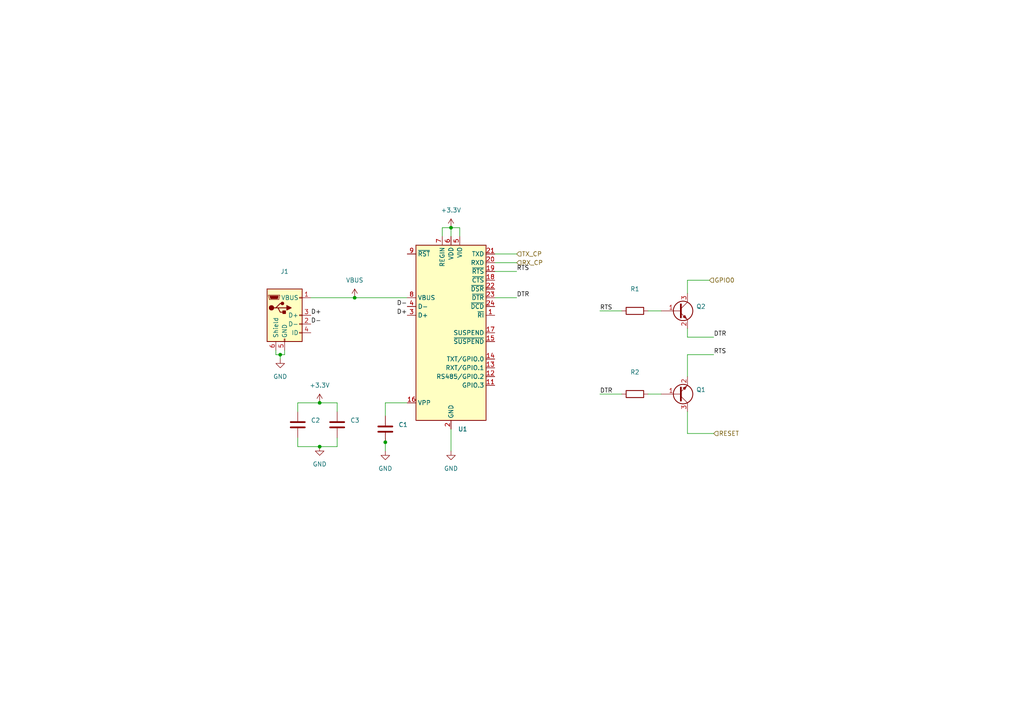
<source format=kicad_sch>
(kicad_sch (version 20211123) (generator eeschema)
  (paper "A4")
  (lib_symbols
    (symbol "Connector:USB_B_Micro" (pin_names (offset 1.016))
      (property "Reference" "J" (at -5.08 11.43 0))
      (property "Value" "USB_B_Micro" (at -5.08 8.89 0))
      (symbol "USB_B_Micro_0_1"
        (rectangle (start -5.08 -7.62) (end 5.08 7.62) (stroke (width 0.254)) (fill (type background)))
        (circle (center -3.81 2.159) (radius 0.635) (stroke (width 0.254)) (fill (type outline)))
        (circle (center -0.635 3.429) (radius 0.381) (stroke (width 0.254)) (fill (type outline)))
        (rectangle (start -0.127 -7.62) (end 0.127 -6.858))
        (polyline (pts (xy -1.905 2.159) (xy 0.635 2.159)) (stroke (width 0.254)))
        (polyline (pts (xy -3.175 2.159) (xy -2.54 2.159) (xy -1.27 3.429) (xy -0.635 3.429)) (stroke (width 0.254)))
        (polyline (pts (xy -2.54 2.159) (xy -1.905 2.159) (xy -1.27 0.889) (xy 0 0.889)) (stroke (width 0.254)))
        (polyline (pts (xy 0.635 2.794) (xy 0.635 1.524) (xy 1.905 2.159) (xy 0.635 2.794)) (stroke (width 0.254)) (fill (type outline)))
        (polyline (pts (xy -4.318 5.588) (xy -1.778 5.588) (xy -2.032 4.826) (xy -4.064 4.826) (xy -4.318 5.588)) (fill (type outline)))
        (polyline (pts (xy -4.699 5.842) (xy -4.699 5.588) (xy -4.445 4.826) (xy -4.445 4.572) (xy -1.651 4.572) (xy -1.651 4.826) (xy -1.397 5.588) (xy -1.397 5.842) (xy -4.699 5.842)))
        (rectangle (start 0.254 1.27) (end -0.508 0.508) (stroke (width 0.254)) (fill (type outline)))
        (rectangle (start 5.08 -5.207) (end 4.318 -4.953))
        (rectangle (start 5.08 -2.667) (end 4.318 -2.413))
        (rectangle (start 5.08 -0.127) (end 4.318 0.127))
        (rectangle (start 5.08 4.953) (end 4.318 5.207))
      )
      (symbol "USB_B_Micro_1_1"
        (pin power_out line (at 7.62 5.08 180) (length 2.54) (name "VBUS") (number "1"))
        (pin bidirectional line (at 7.62 -2.54 180) (length 2.54) (name "D-") (number "2"))
        (pin bidirectional line (at 7.62 0 180) (length 2.54) (name "D+") (number "3"))
        (pin passive line (at 7.62 -5.08 180) (length 2.54) (name "ID") (number "4"))
        (pin power_out line (at 0 -10.16 90) (length 2.54) (name "GND") (number "5"))
        (pin passive line (at -2.54 -10.16 90) (length 2.54) (name "Shield") (number "6"))
      )
    )
    (symbol "Device:C" (pin_numbers hide) (pin_names (offset 0.254))
      (property "Reference" "C" (at 0.635 2.54 0))
      (property "Value" "C" (at 0.635 -2.54 0))
      (symbol "C_0_1"
        (polyline (pts (xy -2.032 -0.762) (xy 2.032 -0.762)) (stroke (width 0.508)))
        (polyline (pts (xy -2.032 0.762) (xy 2.032 0.762)) (stroke (width 0.508)))
      )
      (symbol "C_1_1"
        (pin passive line (at 0 3.81 270) (length 2.794) (name "~") (number "1"))
        (pin passive line (at 0 -3.81 90) (length 2.794) (name "~") (number "2"))
      )
    )
    (symbol "Device:R" (pin_numbers hide) (pin_names (offset 0))
      (property "Reference" "R" (at 2.032 0 90))
      (property "Value" "R" (at 0 0 90))
      (symbol "R_0_1"
        (rectangle (start -1.016 -2.54) (end 1.016 2.54) (stroke (width 0.254)))
      )
      (symbol "R_1_1"
        (pin passive line (at 0 3.81 270) (length 1.27) (name "~") (number "1"))
        (pin passive line (at 0 -3.81 90) (length 1.27) (name "~") (number "2"))
      )
    )
    (symbol "Interface_USB:CP2104"
      (property "Reference" "U" (at -5.08 28.575 0))
      (property "Value" "CP2104" (at -5.08 26.67 0))
      (symbol "CP2104_1_1"
        (rectangle (start -10.16 25.4) (end 10.16 -25.4) (stroke (width 0.254)) (fill (type background)))
        (pin input line (at 12.7 5.08 180) (length 2.54) (name "~{RI}") (number "1"))
        (pin no_connect line (at 10.16 -20.32 180) (length 2.54) hide (name "NC") (number "10"))
        (pin bidirectional line (at 12.7 -15.24 180) (length 2.54) (name "GPIO.3") (number "11"))
        (pin bidirectional line (at 12.7 -12.7 180) (length 2.54) (name "RS485/GPIO.2") (number "12"))
        (pin bidirectional line (at 12.7 -10.16 180) (length 2.54) (name "RXT/GPIO.1") (number "13"))
        (pin bidirectional line (at 12.7 -7.62 180) (length 2.54) (name "TXT/GPIO.0") (number "14"))
        (pin output line (at 12.7 -2.54 180) (length 2.54) (name "~{SUSPEND}") (number "15"))
        (pin passive line (at -12.7 -20.32 0) (length 2.54) (name "VPP") (number "16"))
        (pin output line (at 12.7 0 180) (length 2.54) (name "SUSPEND") (number "17"))
        (pin input line (at 12.7 15.24 180) (length 2.54) (name "~{CTS}") (number "18"))
        (pin output line (at 12.7 17.78 180) (length 2.54) (name "~{RTS}") (number "19"))
        (pin power_in line (at 0 -27.94 90) (length 2.54) (name "GND") (number "2"))
        (pin input line (at 12.7 20.32 180) (length 2.54) (name "RXD") (number "20"))
        (pin output line (at 12.7 22.86 180) (length 2.54) (name "TXD") (number "21"))
        (pin input line (at 12.7 12.7 180) (length 2.54) (name "~{DSR}") (number "22"))
        (pin output line (at 12.7 10.16 180) (length 2.54) (name "~{DTR}") (number "23"))
        (pin input line (at 12.7 7.62 180) (length 2.54) (name "~{DCD}") (number "24"))
        (pin passive line (at 0 -27.94 90) (length 2.54) hide (name "GND") (number "25"))
        (pin bidirectional line (at -12.7 5.08 0) (length 2.54) (name "D+") (number "3"))
        (pin bidirectional line (at -12.7 7.62 0) (length 2.54) (name "D-") (number "4"))
        (pin power_in line (at 2.54 27.94 270) (length 2.54) (name "VIO") (number "5"))
        (pin power_in line (at 0 27.94 270) (length 2.54) (name "VDD") (number "6"))
        (pin power_in line (at -2.54 27.94 270) (length 2.54) (name "REGIN") (number "7"))
        (pin input line (at -12.7 10.16 0) (length 2.54) (name "VBUS") (number "8"))
        (pin bidirectional line (at -12.7 22.86 0) (length 2.54) (name "~{RST}") (number "9"))
      )
    )
    (symbol "Transistor_BJT:BC847" (pin_names (offset 0) hide)
      (property "Reference" "Q" (at 5.08 1.905 0))
      (property "Value" "BC847" (at 5.08 0 0))
      (symbol "BC847_0_1"
        (polyline (pts (xy 0.635 0.635) (xy 2.54 2.54)))
        (polyline (pts (xy 0.635 -0.635) (xy 2.54 -2.54) (xy 2.54 -2.54)))
        (polyline (pts (xy 0.635 1.905) (xy 0.635 -1.905) (xy 0.635 -1.905)) (stroke (width 0.508)))
        (polyline (pts (xy 1.27 -1.778) (xy 1.778 -1.27) (xy 2.286 -2.286) (xy 1.27 -1.778) (xy 1.27 -1.778)) (fill (type outline)))
        (circle (center 1.27 0) (radius 2.8194) (stroke (width 0.254)))
      )
      (symbol "BC847_1_1"
        (pin input line (at -5.08 0 0) (length 5.715) (name "B") (number "1"))
        (pin passive line (at 2.54 -5.08 90) (length 2.54) (name "E") (number "2"))
        (pin passive line (at 2.54 5.08 270) (length 2.54) (name "C") (number "3"))
      )
    )
    (symbol "power:+3.3V" (power) (pin_names (offset 0))
      (property "Value" "+3.3V" (at 0 3.556 0))
      (symbol "+3.3V_0_1"
        (polyline (pts (xy -0.762 1.27) (xy 0 2.54)))
        (polyline (pts (xy 0 0) (xy 0 2.54)))
        (polyline (pts (xy 0 2.54) (xy 0.762 1.27)))
      )
      (symbol "+3.3V_1_1"
        (pin power_in line (at 0 0 90) (length 0) hide (name "+3.3V") (number "1"))
      )
    )
    (symbol "power:GND" (power) (pin_names (offset 0))
      (property "Value" "GND" (at 0 -3.81 0))
      (symbol "GND_0_1"
        (polyline (pts (xy 0 0) (xy 0 -1.27) (xy 1.27 -1.27) (xy 0 -2.54) (xy -1.27 -1.27) (xy 0 -1.27)))
      )
      (symbol "GND_1_1"
        (pin power_in line (at 0 0 270) (length 0) hide (name "GND") (number "1"))
      )
    )
    (symbol "power:VBUS" (power) (pin_names (offset 0))
      (property "Value" "VBUS" (at 0 3.81 0))
      (symbol "VBUS_0_1"
        (polyline (pts (xy -0.762 1.27) (xy 0 2.54)))
        (polyline (pts (xy 0 0) (xy 0 2.54)))
        (polyline (pts (xy 0 2.54) (xy 0.762 1.27)))
      )
      (symbol "VBUS_1_1"
        (pin power_in line (at 0 0 90) (length 0) hide (name "VBUS") (number "1"))
      )
    )
  )
  (junction (at 92.71 116.84))
  (junction (at 102.87 86.36))
  (junction (at 130.81 66.04))
  (junction (at 92.71 129.54))
  (junction (at 111.76 128.27))
  (junction (at 81.28 102.87))
  (wire (pts (xy 102.87 86.36) (xy 118.11 86.36)))
  (wire (pts (xy 207.01 97.79) (xy 199.39 97.79)))
  (wire (pts (xy 199.39 119.38) (xy 199.39 125.73)))
  (wire (pts (xy 130.81 66.04) (xy 133.35 66.04)))
  (wire (pts (xy 130.81 66.04) (xy 130.81 68.58)))
  (wire (pts (xy 111.76 128.27) (xy 111.76 130.81)))
  (wire (pts (xy 143.51 73.66) (xy 149.86 73.66)))
  (wire (pts (xy 199.39 102.87) (xy 199.39 109.22)))
  (wire (pts (xy 97.79 127) (xy 97.79 129.54)))
  (wire (pts (xy 92.71 116.84) (xy 97.79 116.84)))
  (wire (pts (xy 143.51 86.36) (xy 149.86 86.36)))
  (wire (pts (xy 118.11 116.84) (xy 111.76 116.84)))
  (wire (pts (xy 86.36 116.84) (xy 92.71 116.84)))
  (wire (pts (xy 90.17 86.36) (xy 102.87 86.36)))
  (wire (pts (xy 97.79 119.38) (xy 97.79 116.84)))
  (wire (pts (xy 128.27 66.04) (xy 130.81 66.04)))
  (wire (pts (xy 86.36 116.84) (xy 86.36 119.38)))
  (wire (pts (xy 173.99 114.3) (xy 180.34 114.3)))
  (wire (pts (xy 92.71 129.54) (xy 97.79 129.54)))
  (wire (pts (xy 187.96 114.3) (xy 191.77 114.3)))
  (wire (pts (xy 82.55 101.6) (xy 82.55 102.87)))
  (wire (pts (xy 128.27 68.58) (xy 128.27 66.04)))
  (wire (pts (xy 199.39 81.28) (xy 205.74 81.28)))
  (wire (pts (xy 86.36 129.54) (xy 92.71 129.54)))
  (wire (pts (xy 199.39 125.73) (xy 207.01 125.73)))
  (wire (pts (xy 111.76 127) (xy 111.76 128.27)))
  (wire (pts (xy 111.76 116.84) (xy 111.76 120.65)))
  (wire (pts (xy 130.81 124.46) (xy 130.81 130.81)))
  (wire (pts (xy 80.01 102.87) (xy 81.28 102.87)))
  (wire (pts (xy 143.51 78.74) (xy 149.86 78.74)))
  (wire (pts (xy 173.99 90.17) (xy 180.34 90.17)))
  (wire (pts (xy 86.36 127) (xy 86.36 129.54)))
  (wire (pts (xy 81.28 102.87) (xy 82.55 102.87)))
  (wire (pts (xy 81.28 102.87) (xy 81.28 104.14)))
  (wire (pts (xy 199.39 95.25) (xy 199.39 97.79)))
  (wire (pts (xy 80.01 101.6) (xy 80.01 102.87)))
  (wire (pts (xy 207.01 102.87) (xy 199.39 102.87)))
  (wire (pts (xy 187.96 90.17) (xy 191.77 90.17)))
  (wire (pts (xy 133.35 66.04) (xy 133.35 68.58)))
  (wire (pts (xy 199.39 85.09) (xy 199.39 81.28)))
  (wire (pts (xy 143.51 76.2) (xy 149.86 76.2)))
  (label "DTR" (at 149.86 86.36 0))
  (label "D+" (at 90.17 91.44 0))
  (label "DTR" (at 207.01 97.79 0))
  (label "D-" (at 90.17 93.98 0))
  (label "RTS" (at 149.86 78.74 0))
  (label "D-" (at 118.11 88.9 180))
  (label "D+" (at 118.11 91.44 180))
  (label "DTR" (at 173.99 114.3 0))
  (label "RTS" (at 173.99 90.17 0))
  (label "RTS" (at 207.01 102.87 0))
  (hierarchical_label "GPIO0" (shape input) (at 205.74 81.28 0))
  (hierarchical_label "RESET" (shape input) (at 207.01 125.73 0))
  (hierarchical_label "TX_CP" (shape input) (at 149.86 73.66 0))
  (hierarchical_label "RX_CP" (shape input) (at 149.86 76.2 0))
  (symbol (lib_id "Connector:USB_B_Micro") (at 82.55 91.44 0) (unit 1)
    (property "Reference" "J1" (at 82.55 78.74 0))
  )
  (symbol (lib_id "power:VBUS") (at 102.87 86.36 0) (unit 1)
    (property "Reference" "#PWR?" (effects hide))
  )
  (symbol (lib_id "power:GND") (at 130.81 130.81 0) (unit 1)
    (property "Reference" "#PWR?" (effects hide))
  )
  (symbol (lib_id "Device:R") (at 184.15 90.17 90) (unit 1)
    (property "Reference" "R1" (at 184.15 83.82 90))
  )
  (symbol (lib_id "power:GND") (at 111.76 130.81 0) (unit 1)
    (property "Reference" "#PWR?" (effects hide))
  )
  (symbol (lib_id "power:GND") (at 92.71 129.54 0) (unit 1)
    (property "Reference" "#PWR?" (effects hide))
  )
  (symbol (lib_id "power:+3.3V") (at 92.71 116.84 0) (unit 1)
    (property "Reference" "#PWR?" (effects hide))
  )
  (symbol (lib_id "Device:C") (at 97.79 123.19 0) (unit 1)
    (property "Reference" "C3" (at 101.6 121.9199 0) (effects (justify left)))
  )
  (symbol (lib_id "Interface_USB:CP2104") (at 130.81 96.52 0) (unit 1)
    (property "Reference" "U1" (at 132.8294 124.46 0) (effects (justify left)))
    (property "Datasheet" "https://www.silabs.com/documents/public/data-sheets/cp2104.pdf" (effects hide))
  )
  (symbol (lib_id "Transistor_BJT:BC847") (at 196.85 114.3 0) (mirror x) (unit 1)
    (property "Reference" "Q1" (at 201.93 113.0299 0) (effects (justify left)))
    (property "Datasheet" "http://www.infineon.com/dgdl/Infineon-BC847SERIES_BC848SERIES_BC849SERIES_BC850SERIES-DS-v01_01-en.pdf?fileId=db3a304314dca389011541d4630a1657" (effects hide))
  )
  (symbol (lib_id "power:GND") (at 81.28 104.14 0) (unit 1)
    (property "Reference" "#PWR?" (effects hide))
  )
  (symbol (lib_id "power:+3.3V") (at 130.81 66.04 0) (unit 1)
    (property "Reference" "#PWR?" (effects hide))
  )
  (symbol (lib_id "Device:C") (at 86.36 123.19 0) (unit 1)
    (property "Reference" "C2" (at 90.17 121.9199 0) (effects (justify left)))
  )
  (symbol (lib_id "Device:R") (at 184.15 114.3 90) (unit 1)
    (property "Reference" "R2" (at 184.15 107.95 90))
  )
  (symbol (lib_id "Device:C") (at 111.76 124.46 0) (unit 1)
    (property "Reference" "C1" (at 115.57 123.1899 0) (effects (justify left)))
  )
  (symbol (lib_id "Transistor_BJT:BC847") (at 196.85 90.17 0) (unit 1)
    (property "Reference" "Q2" (at 201.93 88.8999 0) (effects (justify left)))
    (property "Datasheet" "http://www.infineon.com/dgdl/Infineon-BC847SERIES_BC848SERIES_BC849SERIES_BC850SERIES-DS-v01_01-en.pdf?fileId=db3a304314dca389011541d4630a1657" (effects hide))
  )
)
</source>
